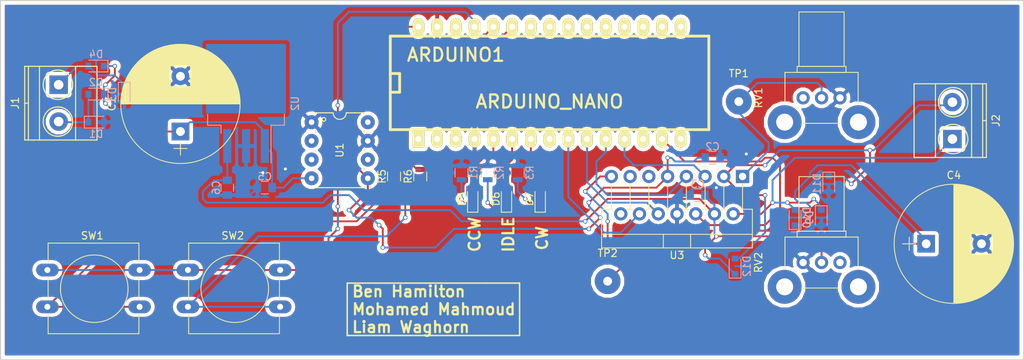
<source format=kicad_pcb>
(kicad_pcb (version 4) (host pcbnew 4.0.7)
  (layers (0 F.Cu signal) (31 B.Cu signal) (34 B.Paste user) (35 F.Paste user) (36 B.SilkS user) (37 F.SilkS user) (38 B.Mask user) (39 F.Mask user) (44 Edge.Cuts user))
  (net 0 "")
  (net 1 "Net-(ARDUINO1-Pad1)")
  (net 2 "Net-(ARDUINO1-Pad2)")
  (net 3 "Net-(ARDUINO1-Pad3)")
  (net 4 GND)
  (net 5 "Net-(ARDUINO1-Pad5)")
  (net 6 "Net-(ARDUINO1-Pad6)")
  (net 7 "Net-(ARDUINO1-Pad7)")
  (net 8 "Net-(ARDUINO1-Pad8)")
  (net 9 "Net-(ARDUINO1-Pad9)")
  (net 10 "Net-(ARDUINO1-Pad10)")
  (net 11 "Net-(ARDUINO1-Pad11)")
  (net 12 "Net-(ARDUINO1-Pad12)")
  (net 13 "Net-(ARDUINO1-Pad13)")
  (net 14 "Net-(ARDUINO1-Pad14)")
  (net 15 "Net-(ARDUINO1-Pad15)")
  (net 16 "Net-(ARDUINO1-Pad16)")
  (net 17 "Net-(ARDUINO1-Pad17)")
  (net 18 "Net-(ARDUINO1-Pad18)")
  (net 19 "Net-(ARDUINO1-Pad19)")
  (net 20 "Net-(ARDUINO1-Pad20)")
  (net 21 "Net-(ARDUINO1-Pad21)")
  (net 22 "Net-(ARDUINO1-Pad22)")
  (net 23 "Net-(ARDUINO1-Pad23)")
  (net 24 "Net-(ARDUINO1-Pad24)")
  (net 25 "Net-(ARDUINO1-Pad25)")
  (net 26 "Net-(ARDUINO1-Pad26)")
  (net 27 "Net-(ARDUINO1-Pad27)")
  (net 28 "Net-(ARDUINO1-Pad28)")
  (net 29 7V)
  (net 30 Vcc)
  (net 31 15V)
  (net 32 "Net-(D1-Pad1)")
  (net 33 "Net-(D3-Pad1)")
  (net 34 "Net-(D5-Pad1)")
  (net 35 "Net-(D6-Pad1)")
  (net 36 "Net-(D7-Pad1)")
  (net 37 "Net-(D10-Pad2)")
  (net 38 "Net-(D11-Pad1)")
  (net 39 "Net-(R5-Pad1)")
  (net 40 "Net-(R6-Pad1)")
  (net 41 "Net-(RV1-Pad3)")
  (net 42 "Net-(RV1-Pad2)")
  (net 43 "Net-(RV2-Pad2)")
  (net 44 "Net-(RV2-Pad1)")
  (net 45 "Net-(U3-Pad13)")
  (net 46 "Net-(U3-Pad14)")
  (module Wire_Pads:SolderWirePad_single_1-2mmDrill (layer F.Cu) (at 113.792 134.62)
    (fp_text reference TP2 (at 0 -3.81) (layer F.SilkS))
    (fp_text value S2)
    (pad 1 thru_hole circle (at 0 0) (size 3.50012 3.50012) (drill 1.19888) (layers *.Cu *.Mask) (net 43 "Net-(RV2-Pad2)"))
  )
  (module TO_SOT_Packages_THT:Multiwatt-15_Vertical_StaggeredType1 (layer F.Cu) (at 132.08 120.396 180)
    (fp_text reference U3 (at 8.89 -10.7 180) (layer F.SilkS))
    (fp_text value L298N)
    (pad 1 thru_hole rect (at 0 0 180) (size 1.8 1.8) (drill 1) (layers *.Cu *.Mask) (net 42 "Net-(RV1-Pad2)"))
    (pad 2 thru_hole oval (at 1.27 -5.08 180) (size 1.8 1.8) (drill 1) (layers *.Cu *.Mask) (net 37 "Net-(D10-Pad2)"))
    (pad 3 thru_hole oval (at 2.54 0 180) (size 1.8 1.8) (drill 1) (layers *.Cu *.Mask) (net 38 "Net-(D11-Pad1)"))
    (pad 4 thru_hole oval (at 3.81 -5.08 180) (size 1.8 1.8) (drill 1) (layers *.Cu *.Mask) (net 31 15V))
    (pad 5 thru_hole oval (at 5.08 0 180) (size 1.8 1.8) (drill 1) (layers *.Cu *.Mask) (net 12 "Net-(ARDUINO1-Pad12)"))
    (pad 6 thru_hole oval (at 6.35 -5.08 180) (size 1.8 1.8) (drill 1) (layers *.Cu *.Mask) (net 14 "Net-(ARDUINO1-Pad14)"))
    (pad 7 thru_hole oval (at 7.62 0 180) (size 1.8 1.8) (drill 1) (layers *.Cu *.Mask) (net 11 "Net-(ARDUINO1-Pad11)"))
    (pad 8 thru_hole oval (at 8.89 -5.08 180) (size 1.8 1.8) (drill 1) (layers *.Cu *.Mask) (net 4 GND))
    (pad 9 thru_hole oval (at 10.16 0 180) (size 1.8 1.8) (drill 1) (layers *.Cu *.Mask) (net 29 7V))
    (pad 10 thru_hole oval (at 11.43 -5.08 180) (size 1.8 1.8) (drill 1) (layers *.Cu *.Mask) (net 10 "Net-(ARDUINO1-Pad10)"))
    (pad 11 thru_hole oval (at 12.7 0 180) (size 1.8 1.8) (drill 1) (layers *.Cu *.Mask) (net 13 "Net-(ARDUINO1-Pad13)"))
    (pad 12 thru_hole oval (at 13.97 -5.08 180) (size 1.8 1.8) (drill 1) (layers *.Cu *.Mask) (net 9 "Net-(ARDUINO1-Pad9)"))
    (pad 13 thru_hole oval (at 15.24 0 180) (size 1.8 1.8) (drill 1) (layers *.Cu *.Mask) (net 45 "Net-(U3-Pad13)"))
    (pad 14 thru_hole oval (at 16.51 -5.08 180) (size 1.8 1.8) (drill 1) (layers *.Cu *.Mask) (net 46 "Net-(U3-Pad14)"))
    (pad 15 thru_hole oval (at 17.78 0 180) (size 1.8 1.8) (drill 1) (layers *.Cu *.Mask) (net 43 "Net-(RV2-Pad2)"))
  )
  (module Power_Integrations:PDIP-8 (layer F.Cu) (at 77.47 116.84 270)
    (fp_text reference U1 (at 0 0 270) (layer F.SilkS))
    (fp_text value RN-2407S)
    (pad 1 thru_hole circle (at -3.81 3.81 270) (size 1.905 1.905) (drill 0.762) (layers *.Cu *.Mask) (net 4 GND))
    (pad 2 thru_hole circle (at -1.27 3.81 270) (size 1.905 1.905) (drill 0.762) (layers *.Cu *.Mask))
    (pad 3 thru_hole circle (at 1.27 3.81 270) (size 1.905 1.905) (drill 0.762) (layers *.Cu *.Mask))
    (pad 4 thru_hole circle (at 3.81 3.81 270) (size 1.905 1.905) (drill 0.762) (layers *.Cu *.Mask) (net 30 Vcc))
    (pad 5 thru_hole circle (at 3.81 -3.81 270) (size 1.905 1.905) (drill 0.762) (layers *.Cu *.Mask) (net 29 7V))
    (pad 6 thru_hole circle (at 1.27 -3.81 270) (size 1.905 1.905) (drill 0.762) (layers *.Cu *.Mask))
    (pad 7 thru_hole circle (at -1.27 -3.81 270) (size 1.905 1.905) (drill 0.762) (layers *.Cu *.Mask) (net 4 GND))
    (pad 8 thru_hole circle (at -3.81 -3.81 270) (size 1.905 1.905) (drill 0.762) (layers *.Cu *.Mask))
  )
  (module arduino:arduino_nano (layer F.Cu) (at 107.188 107.696)
    (fp_text reference ARDUINO1 (at -13.97 -3.81) (layer F.SilkS) (effects (font (size 1.778 1.778) (thickness 0.3048))))
    (fp_text value ARDUINO_NANO (at -1.27 2.54) (layer F.SilkS) (effects (font (size 1.778 1.778) (thickness 0.3048))))
    (pad 1 thru_hole rect (at -19.05 7.62) (size 1.5748 2.286) (drill 0.8128) (layers *.Cu *.Mask F.SilkS) (net 1 "Net-(ARDUINO1-Pad1)"))
    (pad 2 thru_hole oval (at -16.51 7.62) (size 1.5748 2.286) (drill 0.8128) (layers *.Cu *.Mask F.SilkS) (net 2 "Net-(ARDUINO1-Pad2)"))
    (pad 3 thru_hole oval (at -13.97 7.62) (size 1.5748 2.286) (drill 0.8128) (layers *.Cu *.Mask F.SilkS) (net 3 "Net-(ARDUINO1-Pad3)"))
    (pad 4 thru_hole oval (at -11.43 7.62) (size 1.5748 2.286) (drill 0.8128) (layers *.Cu *.Mask F.SilkS) (net 4 GND))
    (pad 5 thru_hole oval (at -8.89 7.62) (size 1.5748 2.286) (drill 0.8128) (layers *.Cu *.Mask F.SilkS) (net 5 "Net-(ARDUINO1-Pad5)"))
    (pad 6 thru_hole oval (at -6.35 7.62) (size 1.5748 2.286) (drill 0.8128) (layers *.Cu *.Mask F.SilkS) (net 6 "Net-(ARDUINO1-Pad6)"))
    (pad 7 thru_hole oval (at -3.81 7.62) (size 1.5748 2.286) (drill 0.8128) (layers *.Cu *.Mask F.SilkS) (net 7 "Net-(ARDUINO1-Pad7)"))
    (pad 8 thru_hole oval (at -1.27 7.62) (size 1.5748 2.286) (drill 0.8128) (layers *.Cu *.Mask F.SilkS) (net 8 "Net-(ARDUINO1-Pad8)"))
    (pad 9 thru_hole oval (at 1.27 7.62) (size 1.5748 2.286) (drill 0.8128) (layers *.Cu *.Mask F.SilkS) (net 9 "Net-(ARDUINO1-Pad9)"))
    (pad 10 thru_hole oval (at 3.81 7.62) (size 1.5748 2.286) (drill 0.8128) (layers *.Cu *.Mask F.SilkS) (net 10 "Net-(ARDUINO1-Pad10)"))
    (pad 11 thru_hole oval (at 6.35 7.62) (size 1.5748 2.286) (drill 0.8128) (layers *.Cu *.Mask F.SilkS) (net 11 "Net-(ARDUINO1-Pad11)"))
    (pad 12 thru_hole oval (at 8.89 7.62) (size 1.5748 2.286) (drill 0.8128) (layers *.Cu *.Mask F.SilkS) (net 12 "Net-(ARDUINO1-Pad12)"))
    (pad 13 thru_hole oval (at 11.43 7.62) (size 1.5748 2.286) (drill 0.8128) (layers *.Cu *.Mask F.SilkS) (net 13 "Net-(ARDUINO1-Pad13)"))
    (pad 14 thru_hole oval (at 13.97 7.62) (size 1.5748 2.286) (drill 0.8128) (layers *.Cu *.Mask F.SilkS) (net 14 "Net-(ARDUINO1-Pad14)"))
    (pad 15 thru_hole oval (at 16.51 7.62) (size 1.5748 2.286) (drill 0.8128) (layers *.Cu *.Mask F.SilkS) (net 15 "Net-(ARDUINO1-Pad15)"))
    (pad 16 thru_hole oval (at 16.51 -7.62) (size 1.5748 2.286) (drill 0.8128) (layers *.Cu *.Mask F.SilkS) (net 16 "Net-(ARDUINO1-Pad16)"))
    (pad 17 thru_hole oval (at 13.97 -7.62) (size 1.5748 2.286) (drill 0.8128) (layers *.Cu *.Mask F.SilkS) (net 17 "Net-(ARDUINO1-Pad17)"))
    (pad 18 thru_hole oval (at 11.43 -7.62) (size 1.5748 2.286) (drill 0.8128) (layers *.Cu *.Mask F.SilkS) (net 18 "Net-(ARDUINO1-Pad18)"))
    (pad 19 thru_hole oval (at 8.89 -7.62) (size 1.5748 2.286) (drill 0.8128) (layers *.Cu *.Mask F.SilkS) (net 19 "Net-(ARDUINO1-Pad19)"))
    (pad 20 thru_hole oval (at 6.35 -7.62) (size 1.5748 2.286) (drill 0.8128) (layers *.Cu *.Mask F.SilkS) (net 20 "Net-(ARDUINO1-Pad20)"))
    (pad 21 thru_hole oval (at 3.81 -7.62) (size 1.5748 2.286) (drill 0.8128) (layers *.Cu *.Mask F.SilkS) (net 21 "Net-(ARDUINO1-Pad21)"))
    (pad 22 thru_hole oval (at 1.27 -7.62) (size 1.5748 2.286) (drill 0.8128) (layers *.Cu *.Mask F.SilkS) (net 22 "Net-(ARDUINO1-Pad22)"))
    (pad 23 thru_hole oval (at -1.27 -7.62) (size 1.5748 2.286) (drill 0.8128) (layers *.Cu *.Mask F.SilkS) (net 23 "Net-(ARDUINO1-Pad23)"))
    (pad 24 thru_hole oval (at -3.81 -7.62) (size 1.5748 2.286) (drill 0.8128) (layers *.Cu *.Mask F.SilkS) (net 24 "Net-(ARDUINO1-Pad24)"))
    (pad 25 thru_hole oval (at -6.35 -7.62) (size 1.5748 2.286) (drill 0.8128) (layers *.Cu *.Mask F.SilkS) (net 25 "Net-(ARDUINO1-Pad25)"))
    (pad 26 thru_hole oval (at -8.89 -7.62) (size 1.5748 2.286) (drill 0.8128) (layers *.Cu *.Mask F.SilkS) (net 26 "Net-(ARDUINO1-Pad26)"))
    (pad 27 thru_hole oval (at -11.43 -7.62) (size 1.5748 2.286) (drill 0.8128) (layers *.Cu *.Mask F.SilkS) (net 27 "Net-(ARDUINO1-Pad27)"))
    (pad 28 thru_hole oval (at -13.97 -7.62) (size 1.5748 2.286) (drill 0.8128) (layers *.Cu *.Mask F.SilkS) (net 28 "Net-(ARDUINO1-Pad28)"))
    (pad 29 thru_hole oval (at -16.51 -7.62) (size 1.5748 2.286) (drill 0.8128) (layers *.Cu *.Mask F.SilkS) (net 4 GND))
    (pad 30 thru_hole oval (at -19.05 -7.62) (size 1.5748 2.286) (drill 0.8128) (layers *.Cu *.Mask F.SilkS) (net 29 7V))
  )
  (module Capacitors_THT:CP_Radial_D16.0mm_P7.50mm (layer F.Cu) (at 55.88 114.3 90)
    (fp_text reference C1 (at 3.75 -9.31 90) (layer F.SilkS))
    (fp_text value CP)
    (pad 1 thru_hole rect (at 0 0 90) (size 2.4 2.4) (drill 1.2) (layers *.Cu *.Mask) (net 30 Vcc))
    (pad 2 thru_hole circle (at 7.5 0 90) (size 2.4 2.4) (drill 1.2) (layers *.Cu *.Mask) (net 4 GND))
  )
  (module Capacitors_SMD:C_0805 (layer B.Cu) (at 128.016 117.856 180)
    (fp_text reference C2 (at 0 1.5 180) (layer B.SilkS) (effects (justify mirror)))
    (fp_text value 0.1uF)
    (pad 1 smd rect (at -1 0 180) (size 1 1.25) (layers B.Cu B.Paste B.Mask) (net 4 GND))
    (pad 2 smd rect (at 1 0 180) (size 1 1.25) (layers B.Cu B.Paste B.Mask) (net 29 7V))
  )
  (module Capacitors_SMD:C_0805 (layer B.Cu) (at 125.984 122.936 180)
    (fp_text reference C3 (at 0 1.5 180) (layer B.SilkS) (effects (justify mirror)))
    (fp_text value 0.1uF)
    (pad 1 smd rect (at -1 0 180) (size 1 1.25) (layers B.Cu B.Paste B.Mask) (net 31 15V))
    (pad 2 smd rect (at 1 0 180) (size 1 1.25) (layers B.Cu B.Paste B.Mask) (net 4 GND))
  )
  (module Capacitors_THT:CP_Radial_D16.0mm_P7.50mm (layer F.Cu) (at 156.972 129.54)
    (fp_text reference C4 (at 3.75 -9.31) (layer F.SilkS))
    (fp_text value 47uF)
    (pad 1 thru_hole rect (at 0 0) (size 2.4 2.4) (drill 1.2) (layers *.Cu *.Mask) (net 31 15V))
    (pad 2 thru_hole circle (at 7.5 0) (size 2.4 2.4) (drill 1.2) (layers *.Cu *.Mask) (net 4 GND))
  )
  (module Capacitors_SMD:C_0805 (layer B.Cu) (at 67.31 121.92 180)
    (fp_text reference C5 (at 0 1.5 180) (layer B.SilkS) (effects (justify mirror)))
    (fp_text value 0.1uF)
    (pad 1 smd rect (at -1 0 180) (size 1 1.25) (layers B.Cu B.Paste B.Mask) (net 30 Vcc))
    (pad 2 smd rect (at 1 0 180) (size 1 1.25) (layers B.Cu B.Paste B.Mask) (net 4 GND))
  )
  (module Capacitors_SMD:C_0805 (layer B.Cu) (at 62.23 121.92 270)
    (fp_text reference C6 (at 0 1.5 270) (layer B.SilkS) (effects (justify mirror)))
    (fp_text value 10uF)
    (pad 1 smd rect (at -1 0 270) (size 1 1.25) (layers B.Cu B.Paste B.Mask) (net 31 15V))
    (pad 2 smd rect (at 1 0 270) (size 1 1.25) (layers B.Cu B.Paste B.Mask) (net 4 GND))
  )
  (module Diodes_SMD:D_0805 (layer B.Cu) (at 44.45 113.03)
    (fp_text reference D1 (at 0 1.6) (layer B.SilkS) (effects (justify mirror)))
    (fp_text value D)
    (pad 1 smd rect (at -1.05 0) (size 0.8 0.9) (layers B.Cu B.Paste B.Mask) (net 32 "Net-(D1-Pad1)"))
    (pad 2 smd rect (at 1.05 0) (size 0.8 0.9) (layers B.Cu B.Paste B.Mask) (net 4 GND))
  )
  (module Diodes_SMD:D_0805 (layer B.Cu) (at 44.45 109.22 180)
    (fp_text reference D2 (at 0 1.6 180) (layer B.SilkS) (effects (justify mirror)))
    (fp_text value D)
    (pad 1 smd rect (at -1.05 0 180) (size 0.8 0.9) (layers B.Cu B.Paste B.Mask) (net 30 Vcc))
    (pad 2 smd rect (at 1.05 0 180) (size 0.8 0.9) (layers B.Cu B.Paste B.Mask) (net 32 "Net-(D1-Pad1)"))
  )
  (module Diodes_SMD:D_0805 (layer B.Cu) (at 48.26 109.22 270)
    (fp_text reference D3 (at 0 1.6 270) (layer B.SilkS) (effects (justify mirror)))
    (fp_text value D)
    (pad 1 smd rect (at -1.05 0 270) (size 0.8 0.9) (layers B.Cu B.Paste B.Mask) (net 33 "Net-(D3-Pad1)"))
    (pad 2 smd rect (at 1.05 0 270) (size 0.8 0.9) (layers B.Cu B.Paste B.Mask) (net 4 GND))
  )
  (module Diodes_SMD:D_0805 (layer B.Cu) (at 44.45 105.41 180)
    (fp_text reference D4 (at 0 1.6 180) (layer B.SilkS) (effects (justify mirror)))
    (fp_text value D)
    (pad 1 smd rect (at -1.05 0 180) (size 0.8 0.9) (layers B.Cu B.Paste B.Mask) (net 30 Vcc))
    (pad 2 smd rect (at 1.05 0 180) (size 0.8 0.9) (layers B.Cu B.Paste B.Mask) (net 33 "Net-(D3-Pad1)"))
  )
  (module LEDs:LED_0805 (layer F.Cu) (at 95.504 123.444 90)
    (fp_text reference D5 (at 0 -1.45 90) (layer F.SilkS))
    (fp_text value LED)
    (pad 2 smd rect (at 1.1 0 270) (size 1.2 1.2) (layers F.Cu F.Paste F.Mask) (net 5 "Net-(ARDUINO1-Pad5)"))
    (pad 1 smd rect (at -1.1 0 270) (size 1.2 1.2) (layers F.Cu F.Paste F.Mask) (net 34 "Net-(D5-Pad1)"))
  )
  (module LEDs:LED_0805 (layer F.Cu) (at 100.076 123.444 90)
    (fp_text reference D6 (at 0 -1.45 90) (layer F.SilkS))
    (fp_text value LED)
    (pad 2 smd rect (at 1.1 0 270) (size 1.2 1.2) (layers F.Cu F.Paste F.Mask) (net 6 "Net-(ARDUINO1-Pad6)"))
    (pad 1 smd rect (at -1.1 0 270) (size 1.2 1.2) (layers F.Cu F.Paste F.Mask) (net 35 "Net-(D6-Pad1)"))
  )
  (module LEDs:LED_0805 (layer F.Cu) (at 104.648 123.444 90)
    (fp_text reference D7 (at 0 -1.45 90) (layer F.SilkS))
    (fp_text value LED)
    (pad 2 smd rect (at 1.1 0 270) (size 1.2 1.2) (layers F.Cu F.Paste F.Mask) (net 7 "Net-(ARDUINO1-Pad7)"))
    (pad 1 smd rect (at -1.1 0 270) (size 1.2 1.2) (layers F.Cu F.Paste F.Mask) (net 36 "Net-(D7-Pad1)"))
  )
  (module Diodes_SMD:D_0805 (layer B.Cu) (at 142.748 125.984 270)
    (fp_text reference D9 (at 0 1.6 270) (layer B.SilkS) (effects (justify mirror)))
    (fp_text value D)
    (pad 1 smd rect (at -1.05 0 270) (size 0.8 0.9) (layers B.Cu B.Paste B.Mask) (net 37 "Net-(D10-Pad2)"))
    (pad 2 smd rect (at 1.05 0 270) (size 0.8 0.9) (layers B.Cu B.Paste B.Mask) (net 4 GND))
  )
  (module Diodes_SMD:D_0805 (layer B.Cu) (at 139.192 125.984 90)
    (fp_text reference D10 (at 0 1.6 90) (layer B.SilkS) (effects (justify mirror)))
    (fp_text value D)
    (pad 1 smd rect (at -1.05 0 90) (size 0.8 0.9) (layers B.Cu B.Paste B.Mask) (net 31 15V))
    (pad 2 smd rect (at 1.05 0 90) (size 0.8 0.9) (layers B.Cu B.Paste B.Mask) (net 37 "Net-(D10-Pad2)"))
  )
  (module Diodes_SMD:D_0805 (layer B.Cu) (at 143.764 121.412 270)
    (fp_text reference D11 (at 0 1.6 270) (layer B.SilkS) (effects (justify mirror)))
    (fp_text value D)
    (pad 1 smd rect (at -1.05 0 270) (size 0.8 0.9) (layers B.Cu B.Paste B.Mask) (net 38 "Net-(D11-Pad1)"))
    (pad 2 smd rect (at 1.05 0 270) (size 0.8 0.9) (layers B.Cu B.Paste B.Mask) (net 4 GND))
  )
  (module Diodes_SMD:D_0805 (layer B.Cu) (at 131.064 132.588 90)
    (fp_text reference D12 (at 0 1.6 90) (layer B.SilkS) (effects (justify mirror)))
    (fp_text value D)
    (pad 1 smd rect (at -1.05 0 90) (size 0.8 0.9) (layers B.Cu B.Paste B.Mask) (net 31 15V))
    (pad 2 smd rect (at 1.05 0 90) (size 0.8 0.9) (layers B.Cu B.Paste B.Mask) (net 38 "Net-(D11-Pad1)"))
  )
  (module Connectors_Terminal_Blocks:TerminalBlock_Pheonix_MKDS1.5-2pol (layer F.Cu) (at 39.37 107.95 270)
    (fp_text reference J1 (at 2.5 5.9 270) (layer F.SilkS))
    (fp_text value Screw_Terminal_01x02)
    (pad 1 thru_hole rect (at 0 0 270) (size 2.5 2.5) (drill 1.3) (layers *.Cu *.Mask) (net 33 "Net-(D3-Pad1)"))
    (pad 2 thru_hole circle (at 5 0 270) (size 2.5 2.5) (drill 1.3) (layers *.Cu *.Mask) (net 32 "Net-(D1-Pad1)"))
  )
  (module Connectors_Terminal_Blocks:TerminalBlock_Pheonix_MKDS1.5-2pol (layer F.Cu) (at 160.528 115.316 90)
    (fp_text reference J2 (at 2.5 5.9 90) (layer F.SilkS))
    (fp_text value Screw_Terminal_01x02)
    (pad 1 thru_hole rect (at 0 0 90) (size 2.5 2.5) (drill 1.3) (layers *.Cu *.Mask) (net 37 "Net-(D10-Pad2)"))
    (pad 2 thru_hole circle (at 5 0 90) (size 2.5 2.5) (drill 1.3) (layers *.Cu *.Mask) (net 38 "Net-(D11-Pad1)"))
  )
  (module Resistors_SMD:R_0805 (layer B.Cu) (at 93.98 119.888 90)
    (fp_text reference R1 (at 0 1.65 90) (layer B.SilkS) (effects (justify mirror)))
    (fp_text value R)
    (pad 1 smd rect (at -0.95 0 90) (size 0.7 1.3) (layers B.Cu B.Paste B.Mask) (net 34 "Net-(D5-Pad1)"))
    (pad 2 smd rect (at 0.95 0 90) (size 0.7 1.3) (layers B.Cu B.Paste B.Mask) (net 4 GND))
  )
  (module Resistors_SMD:R_0805 (layer B.Cu) (at 97.536 119.888 90)
    (fp_text reference R2 (at 0 1.65 90) (layer B.SilkS) (effects (justify mirror)))
    (fp_text value R)
    (pad 1 smd rect (at -0.95 0 90) (size 0.7 1.3) (layers B.Cu B.Paste B.Mask) (net 35 "Net-(D6-Pad1)"))
    (pad 2 smd rect (at 0.95 0 90) (size 0.7 1.3) (layers B.Cu B.Paste B.Mask) (net 4 GND))
  )
  (module Resistors_SMD:R_0805 (layer B.Cu) (at 101.6 119.888 90)
    (fp_text reference R3 (at 0 1.65 90) (layer B.SilkS) (effects (justify mirror)))
    (fp_text value R)
    (pad 1 smd rect (at -0.95 0 90) (size 0.7 1.3) (layers B.Cu B.Paste B.Mask) (net 36 "Net-(D7-Pad1)"))
    (pad 2 smd rect (at 0.95 0 90) (size 0.7 1.3) (layers B.Cu B.Paste B.Mask) (net 4 GND))
  )
  (module Resistors_SMD:R_0805 (layer F.Cu) (at 84.836 120.396 90)
    (fp_text reference R5 (at 0 -1.65 90) (layer F.SilkS))
    (fp_text value R)
    (pad 1 smd rect (at -0.95 0 90) (size 0.7 1.3) (layers F.Cu F.Paste F.Mask) (net 39 "Net-(R5-Pad1)"))
    (pad 2 smd rect (at 0.95 0 90) (size 0.7 1.3) (layers F.Cu F.Paste F.Mask) (net 26 "Net-(ARDUINO1-Pad26)"))
  )
  (module Resistors_SMD:R_0805 (layer F.Cu) (at 88.392 120.396 90)
    (fp_text reference R6 (at 0 -1.65 90) (layer F.SilkS))
    (fp_text value R)
    (pad 1 smd rect (at -0.95 0 90) (size 0.7 1.3) (layers F.Cu F.Paste F.Mask) (net 40 "Net-(R6-Pad1)"))
    (pad 2 smd rect (at 0.95 0 90) (size 0.7 1.3) (layers F.Cu F.Paste F.Mask) (net 25 "Net-(ARDUINO1-Pad25)"))
  )
  (module Potentiometers:Potentiometer_Alps_RK09K_Vertical (layer F.Cu) (at 145.288 109.728 90)
    (fp_text reference RV1 (at 0 -11.05 90) (layer F.SilkS))
    (fp_text value POT)
    (pad 3 thru_hole circle (at 0 -5 90) (size 1.8 1.8) (drill 1) (layers *.Cu *.Mask) (net 41 "Net-(RV1-Pad3)"))
    (pad 2 thru_hole circle (at 0 -2.5 90) (size 1.8 1.8) (drill 1) (layers *.Cu *.Mask) (net 42 "Net-(RV1-Pad2)"))
    (pad 1 thru_hole circle (at 0 0 90) (size 1.8 1.8) (drill 1) (layers *.Cu *.Mask) (net 4 GND))
    (pad 0 thru_hole circle (at -3.3 -7.5 90) (size 4.6 4.6) (drill 2.3) (layers *.Cu *.Mask))
    (pad 0 thru_hole circle (at -3.3 2.5 90) (size 4.6 4.6) (drill 2.3) (layers *.Cu *.Mask))
  )
  (module Potentiometers:Potentiometer_Alps_RK09K_Vertical (layer F.Cu) (at 145.288 132.08 90)
    (fp_text reference RV2 (at 0 -11.05 90) (layer F.SilkS))
    (fp_text value POT)
    (pad 3 thru_hole circle (at 0 -5 90) (size 1.8 1.8) (drill 1) (layers *.Cu *.Mask) (net 4 GND))
    (pad 2 thru_hole circle (at 0 -2.5 90) (size 1.8 1.8) (drill 1) (layers *.Cu *.Mask) (net 43 "Net-(RV2-Pad2)"))
    (pad 1 thru_hole circle (at 0 0 90) (size 1.8 1.8) (drill 1) (layers *.Cu *.Mask) (net 44 "Net-(RV2-Pad1)"))
    (pad 0 thru_hole circle (at -3.3 -7.5 90) (size 4.6 4.6) (drill 2.3) (layers *.Cu *.Mask))
    (pad 0 thru_hole circle (at -3.3 2.5 90) (size 4.6 4.6) (drill 2.3) (layers *.Cu *.Mask))
  )
  (module Buttons_Switches_THT:SW_PUSH-12mm (layer F.Cu) (at 37.846 133.096)
    (fp_text reference SW1 (at 6.08 -4.66) (layer F.SilkS))
    (fp_text value SW_Push)
    (pad 1 thru_hole oval (at 12.5 0) (size 3.048 1.7272) (drill 0.8128) (layers *.Cu *.Mask) (net 27 "Net-(ARDUINO1-Pad27)"))
    (pad 2 thru_hole oval (at 12.5 5) (size 3.048 1.7272) (drill 0.8128) (layers *.Cu *.Mask) (net 39 "Net-(R5-Pad1)"))
    (pad 1 thru_hole oval (at 0 0) (size 3.048 1.7272) (drill 0.8128) (layers *.Cu *.Mask) (net 27 "Net-(ARDUINO1-Pad27)"))
    (pad 2 thru_hole oval (at 0 5) (size 3.048 1.7272) (drill 0.8128) (layers *.Cu *.Mask) (net 39 "Net-(R5-Pad1)"))
  )
  (module Buttons_Switches_THT:SW_PUSH-12mm (layer F.Cu) (at 56.896 133.096)
    (fp_text reference SW2 (at 6.08 -4.66) (layer F.SilkS))
    (fp_text value SW_Push)
    (pad 1 thru_hole oval (at 12.5 0) (size 3.048 1.7272) (drill 0.8128) (layers *.Cu *.Mask) (net 27 "Net-(ARDUINO1-Pad27)"))
    (pad 2 thru_hole oval (at 12.5 5) (size 3.048 1.7272) (drill 0.8128) (layers *.Cu *.Mask) (net 40 "Net-(R6-Pad1)"))
    (pad 1 thru_hole oval (at 0 0) (size 3.048 1.7272) (drill 0.8128) (layers *.Cu *.Mask) (net 27 "Net-(ARDUINO1-Pad27)"))
    (pad 2 thru_hole oval (at 0 5) (size 3.048 1.7272) (drill 0.8128) (layers *.Cu *.Mask) (net 40 "Net-(R6-Pad1)"))
  )
  (module Wire_Pads:SolderWirePad_single_1-2mmDrill (layer F.Cu) (at 131.572 110.236)
    (fp_text reference TP1 (at 0 -3.81) (layer F.SilkS))
    (fp_text value S1)
    (pad 1 thru_hole circle (at 0 0) (size 3.50012 3.50012) (drill 1.19888) (layers *.Cu *.Mask) (net 42 "Net-(RV1-Pad2)"))
  )
  (module TO_SOT_Packages_SMD:TO-263-3_TabPin4 (layer B.Cu) (at 64.77 110.49 90)
    (fp_text reference U2 (at 0 6.65 90) (layer B.SilkS) (effects (justify mirror)))
    (fp_text value LM2937IMPX-15/NOPB)
    (pad 1 smd rect (at -5.775 2.54 90) (size 4.6 1.1) (layers B.Cu B.Paste B.Mask) (net 30 Vcc))
    (pad 2 smd rect (at -5.775 0 90) (size 4.6 1.1) (layers B.Cu B.Paste B.Mask) (net 4 GND))
    (pad 3 smd rect (at -5.775 -2.54 90) (size 4.6 1.1) (layers B.Cu B.Paste B.Mask) (net 31 15V))
    (pad 4 smd rect (at 3.375 0 90) (size 9.4 10.8) (layers B.Cu B.Mask) (net 4 GND))
    (pad 4 smd rect (at 5.8 -2.775 90) (size 4.55 5.25) (layers B.Cu B.Paste) (net 4 GND))
    (pad 4 smd rect (at 0.95 2.775 90) (size 4.55 5.25) (layers B.Cu B.Paste) (net 4 GND))
    (pad 4 smd rect (at 5.8 2.775 90) (size 4.55 5.25) (layers B.Cu B.Paste) (net 4 GND))
    (pad 4 smd rect (at 0.95 -2.775 90) (size 4.55 5.25) (layers B.Cu B.Paste) (net 4 GND))
  )
  (gr_line (start 101.854 141.986) (end 97.282 141.986) (angle 90) (layer F.SilkS) (width 0.2))
  (gr_line (start 101.854 134.874) (end 101.854 141.986) (angle 90) (layer F.SilkS) (width 0.2))
  (gr_line (start 97.282 134.874) (end 101.854 134.874) (angle 90) (layer F.SilkS) (width 0.2))
  (gr_text "Ben Hamilton\nMohamed Mahmoud\nLiam Waghorn" (at 78.994 138.43) (layer F.SilkS) (effects (font (size 1.5 1.5) (thickness 0.3)) (justify left)))
  (gr_line (start 78.486 141.986) (end 78.486 141.478) (angle 90) (layer F.SilkS) (width 0.2))
  (gr_line (start 97.282 141.986) (end 78.486 141.986) (angle 90) (layer F.SilkS) (width 0.2))
  (gr_line (start 78.486 134.874) (end 97.282 134.874) (angle 90) (layer F.SilkS) (width 0.2))
  (gr_line (start 78.486 141.986) (end 78.486 134.874) (angle 90) (layer F.SilkS) (width 0.2))
  (gr_text "IDLE\n" (at 100.33 128.27 90) (layer F.SilkS) (effects (font (size 1.5 1.5) (thickness 0.3))))
  (gr_line (start 31.496 145.288) (end 31.496 144.78) (angle 90) (layer Edge.Cuts) (width 0.15))
  (gr_line (start 170.18 145.288) (end 31.496 145.288) (angle 90) (layer Edge.Cuts) (width 0.15))
  (gr_line (start 170.18 96.52) (end 170.18 145.288) (angle 90) (layer Edge.Cuts) (width 0.15))
  (gr_line (start 31.496 96.52) (end 170.18 96.52) (angle 90) (layer Edge.Cuts) (width 0.15))
  (gr_line (start 31.496 145.288) (end 31.496 96.52) (angle 90) (layer Edge.Cuts) (width 0.15))
  (gr_text CCW (at 95.758 128.27 90) (layer F.SilkS) (effects (font (size 1.5 1.5) (thickness 0.3))))
  (gr_text CW (at 104.902 128.778 90) (layer F.SilkS) (effects (font (size 1.5 1.5) (thickness 0.3))))
  (segment (start 88.392 119.446) (end 87.95 119.446) (width 0.25) (layer B.Cu) (net 0))
  (via (at 132.588 117.348) (size 0.6) (drill 0.4) (layers F.Cu B.Cu) (net 4))
  (segment (start 132.588 117.348) (end 132.08 117.856) (width 0.25) (layer B.Cu) (net 4))
  (segment (start 132.08 117.856) (end 129.016 117.856) (width 0.25) (layer B.Cu) (net 4))
  (via (at 128.524 121.92) (size 0.6) (drill 0.4) (layers F.Cu B.Cu) (net 4))
  (segment (start 128.524 121.92) (end 125.476 121.92) (width 0.25) (layer B.Cu) (net 4))
  (segment (start 125.476 121.92) (end 124.984 122.412) (width 0.25) (layer B.Cu) (net 4))
  (via (at 70.104 119.38) (size 0.6) (drill 0.4) (layers F.Cu B.Cu) (net 4))
  (via (at 67.056 119.888) (size 0.6) (drill 0.4) (layers F.Cu B.Cu) (net 4))
  (segment (start 66.31 120.634) (end 67.056 119.888) (width 0.25) (layer B.Cu) (net 4))
  (segment (start 66.31 121.92) (end 66.31 120.634) (width 0.25) (layer B.Cu) (net 4))
  (segment (start 67.564 119.38) (end 70.104 119.38) (width 0.25) (layer F.Cu) (net 4))
  (segment (start 67.056 119.888) (end 67.564 119.38) (width 0.25) (layer F.Cu) (net 4))
  (segment (start 124.984 122.936) (end 124.984 122.412) (width 0.25) (layer B.Cu) (net 4))
  (segment (start 64.77 107.115) (end 56.195 107.115) (width 0.25) (layer B.Cu) (net 4))
  (segment (start 56.195 107.115) (end 55.88 106.8) (width 0.25) (layer B.Cu) (net 4))
  (segment (start 90.678 100.33) (end 90.678 100.076) (width 0.25) (layer B.Cu) (net 4))
  (segment (start 90.678 100.076) (end 90.678 99.314) (width 0.25) (layer F.Cu) (net 4))
  (segment (start 62.23 122.92) (end 65.31 122.92) (width 0.25) (layer B.Cu) (net 4))
  (segment (start 65.31 122.92) (end 66.31 121.92) (width 0.25) (layer B.Cu) (net 4))
  (segment (start 66.31 121.92) (end 66.31 120.92) (width 0.25) (layer B.Cu) (net 4))
  (segment (start 66.31 120.92) (end 64.77 119.38) (width 0.25) (layer B.Cu) (net 4))
  (segment (start 64.77 119.38) (end 64.77 116.265) (width 0.25) (layer B.Cu) (net 4))
  (segment (start 93.98 118.938) (end 93.914 118.938) (width 0.25) (layer B.Cu) (net 4))
  (segment (start 64.77 107.115) (end 64.77 109.22) (width 0.25) (layer B.Cu) (net 4))
  (segment (start 56.195 107.115) (end 55.88 106.8) (width 0.25) (layer B.Cu) (net 4))
  (segment (start 95.504 122.344) (end 95.504 120.396) (width 0.25) (layer F.Cu) (net 5))
  (segment (start 98.298 117.602) (end 98.298 115.316) (width 0.25) (layer F.Cu) (net 5))
  (segment (start 95.504 120.396) (end 98.298 117.602) (width 0.25) (layer F.Cu) (net 5))
  (segment (start 100.076 122.344) (end 100.076 118.872) (width 0.25) (layer F.Cu) (net 6))
  (segment (start 100.838 118.11) (end 100.838 115.316) (width 0.25) (layer F.Cu) (net 6))
  (segment (start 100.076 118.872) (end 100.838 118.11) (width 0.25) (layer F.Cu) (net 6))
  (segment (start 104.648 122.344) (end 104.648 119.38) (width 0.25) (layer F.Cu) (net 7))
  (segment (start 103.378 118.11) (end 103.378 115.316) (width 0.25) (layer F.Cu) (net 7))
  (segment (start 104.648 119.38) (end 103.378 118.11) (width 0.25) (layer F.Cu) (net 7))
  (segment (start 108.458 115.316) (end 108.458 123.19) (width 0.25) (layer B.Cu) (net 9))
  (segment (start 115.57 128.016) (end 118.11 125.476) (width 0.25) (layer B.Cu) (net 9))
  (segment (start 113.284 128.016) (end 115.57 128.016) (width 0.25) (layer B.Cu) (net 9))
  (segment (start 108.458 123.19) (end 113.284 128.016) (width 0.25) (layer B.Cu) (net 9))
  (segment (start 110.998 115.316) (end 110.998 121.158) (width 0.25) (layer B.Cu) (net 10))
  (segment (start 119.126 123.952) (end 120.65 125.476) (width 0.25) (layer B.Cu) (net 10))
  (segment (start 113.792 123.952) (end 119.126 123.952) (width 0.25) (layer B.Cu) (net 10))
  (segment (start 110.998 121.158) (end 113.792 123.952) (width 0.25) (layer B.Cu) (net 10))
  (segment (start 113.538 115.316) (end 113.538 117.094) (width 0.25) (layer B.Cu) (net 11))
  (segment (start 121.92 122.936) (end 124.46 120.396) (width 0.25) (layer B.Cu) (net 11))
  (segment (start 113.792 122.936) (end 121.92 122.936) (width 0.25) (layer B.Cu) (net 11))
  (segment (start 112.268 121.412) (end 113.792 122.936) (width 0.25) (layer B.Cu) (net 11))
  (segment (start 112.268 118.364) (end 112.268 121.412) (width 0.25) (layer B.Cu) (net 11))
  (segment (start 113.538 117.094) (end 112.268 118.364) (width 0.25) (layer B.Cu) (net 11))
  (segment (start 116.078 115.316) (end 116.078 117.602) (width 0.25) (layer B.Cu) (net 12))
  (segment (start 125.476 118.872) (end 127 120.396) (width 0.25) (layer B.Cu) (net 12))
  (segment (start 117.348 118.872) (end 125.476 118.872) (width 0.25) (layer B.Cu) (net 12))
  (segment (start 116.078 117.602) (end 117.348 118.872) (width 0.25) (layer B.Cu) (net 12))
  (segment (start 126.492 118.364) (end 124.206 118.364) (width 0.25) (layer F.Cu) (net 14))
  (segment (start 135.128 117.856) (end 134.62 118.364) (width 0.25) (layer F.Cu) (net 14))
  (segment (start 134.62 118.364) (end 134.112 118.364) (width 0.25) (layer F.Cu) (net 14))
  (segment (start 126.492 118.364) (end 134.112 118.364) (width 0.25) (layer F.Cu) (net 14))
  (segment (start 136.144 117.856) (end 137.16 118.872) (width 0.25) (layer F.Cu) (net 14))
  (segment (start 137.16 118.872) (end 137.16 124.968) (width 0.25) (layer F.Cu) (net 14))
  (segment (start 137.16 124.968) (end 135.128 127) (width 0.25) (layer F.Cu) (net 14))
  (segment (start 135.128 127) (end 127.254 127) (width 0.25) (layer F.Cu) (net 14))
  (segment (start 125.73 125.476) (end 127.254 127) (width 0.25) (layer F.Cu) (net 14))
  (segment (start 136.144 117.856) (end 135.128 117.856) (width 0.25) (layer F.Cu) (net 14))
  (segment (start 124.206 118.364) (end 121.158 115.316) (width 0.25) (layer F.Cu) (net 14))
  (segment (start 88.392 119.446) (end 87.95 119.446) (width 0.25) (layer F.Cu) (net 25))
  (segment (start 87.95 119.446) (end 85.852 117.348) (width 0.25) (layer F.Cu) (net 25))
  (segment (start 85.852 117.348) (end 85.852 108.712) (width 0.25) (layer F.Cu) (net 25))
  (segment (start 85.852 108.712) (end 89.408 105.156) (width 0.25) (layer F.Cu) (net 25))
  (segment (start 89.408 105.156) (end 95.758 105.156) (width 0.25) (layer F.Cu) (net 25))
  (segment (start 95.758 105.156) (end 100.838 100.076) (width 0.25) (layer F.Cu) (net 25))
  (segment (start 84.836 119.446) (end 84.836 103.632) (width 0.25) (layer F.Cu) (net 26))
  (segment (start 96.266 102.108) (end 98.298 100.076) (width 0.25) (layer F.Cu) (net 26))
  (segment (start 86.36 102.108) (end 96.266 102.108) (width 0.25) (layer F.Cu) (net 26))
  (segment (start 84.836 103.632) (end 86.36 102.108) (width 0.25) (layer F.Cu) (net 26))
  (segment (start 75.946 131.064) (end 75.946 131.064) (width 0.25) (layer F.Cu) (net 27))
  (segment (start 75.946 131.064) (end 73.914 133.096) (width 0.25) (layer F.Cu) (net 27))
  (segment (start 73.914 133.096) (end 69.396 133.096) (width 0.25) (layer F.Cu) (net 27))
  (via (at 77.216 127.508) (size 0.6) (drill 0.4) (layers F.Cu B.Cu) (net 27))
  (segment (start 77.216 127.508) (end 75.946 128.778) (width 0.25) (layer F.Cu) (net 27))
  (segment (start 75.946 128.778) (end 75.946 131.064) (width 0.25) (layer F.Cu) (net 27))
  (segment (start 77.216 127) (end 77.216 127.508) (width 0.25) (layer B.Cu) (net 27))
  (segment (start 37.846 133.096) (end 50.346 133.096) (width 0.25) (layer B.Cu) (net 27))
  (segment (start 50.346 133.096) (end 56.896 133.096) (width 0.25) (layer B.Cu) (net 27))
  (segment (start 69.396 133.096) (end 56.896 133.096) (width 0.25) (layer F.Cu) (net 27))
  (segment (start 95.758 100.076) (end 95.758 99.314) (width 0.25) (layer B.Cu) (net 27))
  (segment (start 95.758 99.314) (end 94.488 98.044) (width 0.25) (layer B.Cu) (net 27))
  (segment (start 94.488 98.044) (end 78.74 98.044) (width 0.25) (layer B.Cu) (net 27))
  (segment (start 78.74 98.044) (end 77.216 99.568) (width 0.25) (layer B.Cu) (net 27))
  (segment (start 77.216 99.568) (end 77.216 110.744) (width 0.25) (layer B.Cu) (net 27))
  (via (at 77.216 110.744) (size 0.6) (drill 0.4) (layers F.Cu B.Cu) (net 27))
  (segment (start 77.216 110.744) (end 77.216 124.46) (width 0.25) (layer F.Cu) (net 27))
  (via (at 77.216 124.46) (size 0.6) (drill 0.4) (layers F.Cu B.Cu) (net 27))
  (segment (start 77.216 124.46) (end 77.216 127) (width 0.25) (layer B.Cu) (net 27))
  (segment (start 77.216 127) (end 77.216 125.476) (width 0.25) (layer B.Cu) (net 27))
  (segment (start 122.936 118.364) (end 122.428 117.856) (width 0.25) (layer B.Cu) (net 29))
  (segment (start 122.428 117.856) (end 121.92 117.856) (width 0.25) (layer B.Cu) (net 29))
  (segment (start 125.984 117.856) (end 125.476 118.364) (width 0.25) (layer B.Cu) (net 29))
  (segment (start 125.476 118.364) (end 122.936 118.364) (width 0.25) (layer B.Cu) (net 29))
  (segment (start 81.788 125.984) (end 82.804 127) (width 0.25) (layer B.Cu) (net 29))
  (segment (start 81.28 122.428) (end 78.74 124.968) (width 0.25) (layer F.Cu) (net 29))
  (via (at 78.74 124.968) (size 0.6) (drill 0.4) (layers F.Cu B.Cu) (net 29))
  (segment (start 78.74 124.968) (end 79.756 125.984) (width 0.25) (layer B.Cu) (net 29))
  (segment (start 79.756 125.984) (end 81.788 125.984) (width 0.25) (layer B.Cu) (net 29))
  (segment (start 81.28 120.65) (end 81.28 122.428) (width 0.25) (layer F.Cu) (net 29))
  (segment (start 120.396 121.92) (end 121.92 120.396) (width 0.25) (layer F.Cu) (net 29))
  (segment (start 113.284 121.92) (end 120.396 121.92) (width 0.25) (layer F.Cu) (net 29))
  (segment (start 111.252 123.952) (end 113.284 121.92) (width 0.25) (layer F.Cu) (net 29))
  (via (at 111.252 123.952) (size 0.6) (drill 0.4) (layers F.Cu B.Cu) (net 29))
  (segment (start 111.252 124.46) (end 111.252 123.952) (width 0.25) (layer B.Cu) (net 29))
  (segment (start 112.776 125.984) (end 111.252 124.46) (width 0.25) (layer B.Cu) (net 29))
  (via (at 112.776 125.984) (size 0.6) (drill 0.4) (layers F.Cu B.Cu) (net 29))
  (segment (start 111.252 127.508) (end 112.776 125.984) (width 0.25) (layer F.Cu) (net 29))
  (via (at 111.252 127.508) (size 0.6) (drill 0.4) (layers F.Cu B.Cu) (net 29))
  (segment (start 110.236 127.508) (end 111.252 127.508) (width 0.25) (layer B.Cu) (net 29))
  (segment (start 92.964 127.508) (end 110.236 127.508) (width 0.25) (layer B.Cu) (net 29))
  (segment (start 90.424 130.048) (end 92.964 127.508) (width 0.25) (layer B.Cu) (net 29))
  (segment (start 83.312 130.048) (end 90.424 130.048) (width 0.25) (layer B.Cu) (net 29))
  (via (at 83.312 130.048) (size 0.6) (drill 0.4) (layers F.Cu B.Cu) (net 29))
  (segment (start 83.312 127.508) (end 83.312 130.048) (width 0.25) (layer F.Cu) (net 29))
  (segment (start 82.804 127) (end 83.312 127.508) (width 0.25) (layer F.Cu) (net 29))
  (via (at 82.804 127) (size 0.6) (drill 0.4) (layers F.Cu B.Cu) (net 29))
  (via (at 121.92 117.856) (size 0.6) (drill 0.4) (layers F.Cu B.Cu) (net 29))
  (segment (start 121.92 117.856) (end 121.92 120.396) (width 0.25) (layer F.Cu) (net 29))
  (segment (start 127.016 117.856) (end 125.984 117.856) (width 0.25) (layer B.Cu) (net 29))
  (segment (start 88.138 100.076) (end 83.82 100.076) (width 0.25) (layer F.Cu) (net 29))
  (segment (start 78.74 118.11) (end 81.28 120.65) (width 0.25) (layer F.Cu) (net 29))
  (segment (start 78.74 105.156) (end 78.74 118.11) (width 0.25) (layer F.Cu) (net 29))
  (segment (start 83.82 100.076) (end 78.74 105.156) (width 0.25) (layer F.Cu) (net 29))
  (segment (start 73.66 120.65) (end 71.12 120.65) (width 0.25) (layer B.Cu) (net 30))
  (segment (start 69.85 121.92) (end 68.31 121.92) (width 0.25) (layer B.Cu) (net 30))
  (segment (start 71.12 120.65) (end 69.85 121.92) (width 0.25) (layer B.Cu) (net 30))
  (segment (start 68.31 121.92) (end 68.31 117.265) (width 0.25) (layer B.Cu) (net 30))
  (segment (start 68.31 117.265) (end 67.31 116.265) (width 0.25) (layer B.Cu) (net 30))
  (segment (start 67.31 116.265) (end 67.31 114.3) (width 0.25) (layer B.Cu) (net 30))
  (segment (start 67.31 114.3) (end 66.04 113.03) (width 0.25) (layer B.Cu) (net 30))
  (segment (start 66.04 113.03) (end 57.15 113.03) (width 0.25) (layer B.Cu) (net 30))
  (segment (start 57.15 113.03) (end 55.88 114.3) (width 0.25) (layer B.Cu) (net 30))
  (segment (start 45.5 109.22) (end 45.5 108.17) (width 0.25) (layer B.Cu) (net 30))
  (segment (start 46.99 105.41) (end 45.5 105.41) (width 0.25) (layer B.Cu) (net 30))
  (via (at 46.99 105.41) (size 0.6) (drill 0.4) (layers F.Cu B.Cu) (net 30))
  (segment (start 46.99 106.68) (end 46.99 105.41) (width 0.25) (layer F.Cu) (net 30))
  (segment (start 45.72 107.95) (end 46.99 106.68) (width 0.25) (layer F.Cu) (net 30))
  (via (at 45.72 107.95) (size 0.6) (drill 0.4) (layers F.Cu B.Cu) (net 30))
  (segment (start 45.5 108.17) (end 45.72 107.95) (width 0.25) (layer B.Cu) (net 30))
  (segment (start 45.5 109.22) (end 45.5 110.27) (width 0.25) (layer B.Cu) (net 30))
  (segment (start 49.53 114.3) (end 55.88 114.3) (width 0.25) (layer F.Cu) (net 30))
  (segment (start 45.72 110.49) (end 49.53 114.3) (width 0.25) (layer F.Cu) (net 30))
  (via (at 45.72 110.49) (size 0.6) (drill 0.4) (layers F.Cu B.Cu) (net 30))
  (segment (start 45.5 110.27) (end 45.72 110.49) (width 0.25) (layer B.Cu) (net 30))
  (segment (start 156.972 129.54) (end 147.32 129.54) (width 0.25) (layer F.Cu) (net 31))
  (segment (start 146.304 128.524) (end 128.524 128.524) (width 0.25) (layer F.Cu) (net 31))
  (segment (start 147.32 129.54) (end 146.304 128.524) (width 0.25) (layer F.Cu) (net 31))
  (segment (start 139.192 122.462) (end 139.192 123.444) (width 0.25) (layer B.Cu) (net 31))
  (segment (start 140.174 127.034) (end 139.192 127.034) (width 0.25) (layer B.Cu) (net 31))
  (segment (start 141.224 125.984) (end 140.174 127.034) (width 0.25) (layer B.Cu) (net 31))
  (segment (start 141.224 124.46) (end 141.224 125.984) (width 0.25) (layer B.Cu) (net 31))
  (segment (start 140.716 123.952) (end 141.224 124.46) (width 0.25) (layer B.Cu) (net 31))
  (segment (start 139.7 123.952) (end 140.716 123.952) (width 0.25) (layer B.Cu) (net 31))
  (segment (start 139.192 123.444) (end 139.7 123.952) (width 0.25) (layer B.Cu) (net 31))
  (segment (start 156.972 129.54) (end 156.972 129.032) (width 0.25) (layer B.Cu) (net 31))
  (segment (start 156.972 129.032) (end 146.812 118.872) (width 0.25) (layer B.Cu) (net 31))
  (segment (start 146.812 118.872) (end 142.24 118.872) (width 0.25) (layer B.Cu) (net 31))
  (segment (start 142.24 118.872) (end 141.224 119.888) (width 0.25) (layer B.Cu) (net 31))
  (segment (start 141.224 119.888) (end 141.224 120.43) (width 0.25) (layer B.Cu) (net 31))
  (segment (start 141.224 120.43) (end 139.192 122.462) (width 0.25) (layer B.Cu) (net 31))
  (segment (start 128.524 131.538) (end 128.964 131.538) (width 0.25) (layer B.Cu) (net 31))
  (segment (start 128.964 131.538) (end 131.064 133.638) (width 0.25) (layer B.Cu) (net 31))
  (segment (start 128.27 125.476) (end 128.27 128.27) (width 0.25) (layer B.Cu) (net 31))
  (segment (start 128.27 128.27) (end 128.524 128.524) (width 0.25) (layer B.Cu) (net 31))
  (via (at 128.524 128.524) (size 0.6) (drill 0.4) (layers F.Cu B.Cu) (net 31))
  (segment (start 127.474 131.538) (end 128.524 131.538) (width 0.25) (layer B.Cu) (net 31))
  (segment (start 128.524 128.524) (end 127 130.048) (width 0.25) (layer F.Cu) (net 31))
  (segment (start 127 130.048) (end 127 131.064) (width 0.25) (layer F.Cu) (net 31))
  (via (at 127 131.064) (size 0.6) (drill 0.4) (layers F.Cu B.Cu) (net 31))
  (segment (start 127 131.064) (end 127.474 131.538) (width 0.25) (layer B.Cu) (net 31))
  (segment (start 128.27 124.222) (end 126.984 122.936) (width 0.25) (layer B.Cu) (net 31))
  (segment (start 128.27 125.476) (end 128.27 124.222) (width 0.25) (layer B.Cu) (net 31))
  (segment (start 62.23 120.92) (end 60.436 120.92) (width 0.25) (layer B.Cu) (net 31))
  (segment (start 126.238 123.444) (end 128.27 125.476) (width 0.25) (layer F.Cu) (net 31))
  (segment (start 113.792 123.444) (end 126.238 123.444) (width 0.25) (layer F.Cu) (net 31))
  (segment (start 110.744 126.492) (end 113.792 123.444) (width 0.25) (layer F.Cu) (net 31))
  (via (at 110.744 126.492) (size 0.6) (drill 0.4) (layers F.Cu B.Cu) (net 31))
  (segment (start 109.728 126.492) (end 110.744 126.492) (width 0.25) (layer B.Cu) (net 31))
  (segment (start 93.98 126.492) (end 109.728 126.492) (width 0.25) (layer B.Cu) (net 31))
  (segment (start 92.456 124.968) (end 93.98 126.492) (width 0.25) (layer B.Cu) (net 31))
  (segment (start 80.772 124.968) (end 92.456 124.968) (width 0.25) (layer B.Cu) (net 31))
  (segment (start 78.74 122.936) (end 80.772 124.968) (width 0.25) (layer B.Cu) (net 31))
  (segment (start 76.2 122.936) (end 78.74 122.936) (width 0.25) (layer B.Cu) (net 31))
  (segment (start 75.184 123.952) (end 76.2 122.936) (width 0.25) (layer B.Cu) (net 31))
  (segment (start 59.436 123.952) (end 75.184 123.952) (width 0.25) (layer B.Cu) (net 31))
  (segment (start 58.928 123.444) (end 59.436 123.952) (width 0.25) (layer B.Cu) (net 31))
  (segment (start 58.928 122.428) (end 58.928 123.444) (width 0.25) (layer B.Cu) (net 31))
  (segment (start 60.436 120.92) (end 58.928 122.428) (width 0.25) (layer B.Cu) (net 31))
  (segment (start 62.23 120.92) (end 62.23 116.265) (width 0.25) (layer B.Cu) (net 31))
  (segment (start 43.4 113.03) (end 39.45 113.03) (width 0.25) (layer B.Cu) (net 32))
  (segment (start 39.45 113.03) (end 39.37 112.95) (width 0.25) (layer B.Cu) (net 32))
  (segment (start 43.4 109.22) (end 43.4 113.03) (width 0.25) (layer B.Cu) (net 32))
  (segment (start 48.26 108.17) (end 48.26 107.95) (width 0.25) (layer B.Cu) (net 33))
  (segment (start 48.26 107.95) (end 46.99 106.68) (width 0.25) (layer B.Cu) (net 33))
  (segment (start 46.99 106.68) (end 44.67 106.68) (width 0.25) (layer B.Cu) (net 33))
  (segment (start 44.67 106.68) (end 43.4 105.41) (width 0.25) (layer B.Cu) (net 33))
  (segment (start 43.4 105.41) (end 41.91 105.41) (width 0.25) (layer B.Cu) (net 33))
  (segment (start 41.91 105.41) (end 39.37 107.95) (width 0.25) (layer B.Cu) (net 33))
  (segment (start 95.504 124.544) (end 95.08 124.544) (width 0.25) (layer F.Cu) (net 34))
  (segment (start 95.08 124.544) (end 93.98 123.444) (width 0.25) (layer F.Cu) (net 34))
  (via (at 93.98 123.444) (size 0.6) (drill 0.4) (layers F.Cu B.Cu) (net 34))
  (segment (start 93.98 123.444) (end 93.98 120.838) (width 0.25) (layer B.Cu) (net 34))
  (segment (start 100.076 124.544) (end 98.128 124.544) (width 0.25) (layer F.Cu) (net 35))
  (segment (start 97.536 123.952) (end 97.536 120.838) (width 0.25) (layer B.Cu) (net 35))
  (via (at 97.536 123.952) (size 0.6) (drill 0.4) (layers F.Cu B.Cu) (net 35))
  (segment (start 98.128 124.544) (end 97.536 123.952) (width 0.25) (layer F.Cu) (net 35))
  (segment (start 104.648 124.544) (end 103.716 124.544) (width 0.25) (layer F.Cu) (net 36))
  (segment (start 101.6 122.428) (end 101.6 120.838) (width 0.25) (layer B.Cu) (net 36))
  (segment (start 102.616 123.444) (end 101.6 122.428) (width 0.25) (layer B.Cu) (net 36))
  (via (at 102.616 123.444) (size 0.6) (drill 0.4) (layers F.Cu B.Cu) (net 36))
  (segment (start 103.716 124.544) (end 102.616 123.444) (width 0.25) (layer F.Cu) (net 36))
  (segment (start 150.368 117.856) (end 157.988 117.856) (width 0.25) (layer B.Cu) (net 37))
  (segment (start 157.988 117.856) (end 160.528 115.316) (width 0.25) (layer B.Cu) (net 37))
  (segment (start 139.192 117.856) (end 136.144 120.904) (width 0.25) (layer B.Cu) (net 37))
  (segment (start 150.368 117.856) (end 139.192 117.856) (width 0.25) (layer B.Cu) (net 37))
  (segment (start 136.144 123.952) (end 136.144 120.904) (width 0.25) (layer B.Cu) (net 37))
  (segment (start 142.748 124.934) (end 142.748 124.46) (width 0.25) (layer B.Cu) (net 37))
  (segment (start 138.176 123.952) (end 138.21 123.952) (width 0.25) (layer B.Cu) (net 37))
  (via (at 138.176 123.952) (size 0.6) (drill 0.4) (layers F.Cu B.Cu) (net 37))
  (segment (start 141.224 123.952) (end 138.176 123.952) (width 0.25) (layer F.Cu) (net 37))
  (segment (start 141.732 123.444) (end 141.224 123.952) (width 0.25) (layer F.Cu) (net 37))
  (via (at 141.732 123.444) (size 0.6) (drill 0.4) (layers F.Cu B.Cu) (net 37))
  (segment (start 142.748 124.46) (end 141.732 123.444) (width 0.25) (layer B.Cu) (net 37))
  (segment (start 138.21 123.952) (end 139.192 124.934) (width 0.25) (layer B.Cu) (net 37))
  (segment (start 136.144 123.952) (end 138.21 123.952) (width 0.25) (layer B.Cu) (net 37))
  (segment (start 134.62 125.476) (end 130.81 125.476) (width 0.25) (layer F.Cu) (net 37))
  (segment (start 136.144 123.952) (end 134.62 125.476) (width 0.25) (layer F.Cu) (net 37))
  (via (at 136.144 123.952) (size 0.6) (drill 0.4) (layers F.Cu B.Cu) (net 37))
  (segment (start 129.54 120.396) (end 131.064 118.872) (width 0.25) (layer F.Cu) (net 38))
  (segment (start 131.064 118.872) (end 135.128 118.872) (width 0.25) (layer F.Cu) (net 38))
  (via (at 135.128 118.872) (size 0.6) (drill 0.4) (layers F.Cu B.Cu) (net 38))
  (segment (start 135.128 118.872) (end 137.16 116.84) (width 0.25) (layer B.Cu) (net 38))
  (segment (start 137.16 116.84) (end 149.352 116.84) (width 0.25) (layer B.Cu) (net 38))
  (segment (start 151.892 114.808) (end 155.956 110.744) (width 0.25) (layer B.Cu) (net 38))
  (segment (start 155.956 110.744) (end 160.1 110.744) (width 0.25) (layer B.Cu) (net 38))
  (segment (start 160.1 110.744) (end 160.528 110.316) (width 0.25) (layer B.Cu) (net 38))
  (segment (start 143.764 120.362) (end 145.762 120.362) (width 0.25) (layer B.Cu) (net 38))
  (via (at 149.352 116.84) (size 0.6) (drill 0.4) (layers F.Cu B.Cu) (net 38))
  (segment (start 149.352 118.872) (end 149.352 116.84) (width 0.25) (layer F.Cu) (net 38))
  (segment (start 146.812 121.412) (end 149.352 118.872) (width 0.25) (layer F.Cu) (net 38))
  (via (at 146.812 121.412) (size 0.6) (drill 0.4) (layers F.Cu B.Cu) (net 38))
  (segment (start 145.762 120.362) (end 146.812 121.412) (width 0.25) (layer B.Cu) (net 38))
  (segment (start 129.54 120.396) (end 129.54 120.396) (width 0.25) (layer F.Cu) (net 38))
  (segment (start 149.86 116.84) (end 151.892 114.808) (width 0.25) (layer B.Cu) (net 38))
  (segment (start 149.352 116.84) (end 149.86 116.84) (width 0.25) (layer B.Cu) (net 38))
  (segment (start 131.064 131.538) (end 131.606 131.538) (width 0.25) (layer B.Cu) (net 38))
  (segment (start 132.08 122.936) (end 129.54 120.396) (width 0.25) (layer F.Cu) (net 38))
  (segment (start 135.128 122.936) (end 132.08 122.936) (width 0.25) (layer F.Cu) (net 38))
  (segment (start 135.128 122.936) (end 135.128 122.936) (width 0.25) (layer F.Cu) (net 38))
  (via (at 135.128 122.936) (size 0.6) (drill 0.4) (layers F.Cu B.Cu) (net 38))
  (segment (start 135.128 128.016) (end 135.128 122.936) (width 0.25) (layer B.Cu) (net 38))
  (segment (start 131.606 131.538) (end 135.128 128.016) (width 0.25) (layer B.Cu) (net 38))
  (segment (start 37.846 138.096) (end 50.346 138.096) (width 0.25) (layer F.Cu) (net 39))
  (segment (start 84.836 121.346) (end 84.836 121.412) (width 0.25) (layer F.Cu) (net 39))
  (segment (start 84.836 121.412) (end 79.756 126.492) (width 0.25) (layer F.Cu) (net 39))
  (segment (start 79.756 126.492) (end 49.45 126.492) (width 0.25) (layer F.Cu) (net 39))
  (segment (start 49.45 126.492) (end 37.846 138.096) (width 0.25) (layer F.Cu) (net 39))
  (segment (start 66.468 128.524) (end 56.896 138.096) (width 0.25) (layer B.Cu) (net 40))
  (segment (start 87.95 121.346) (end 86.36 122.936) (width 0.25) (layer F.Cu) (net 40))
  (segment (start 86.36 122.936) (end 86.36 125.984) (width 0.25) (layer F.Cu) (net 40))
  (via (at 86.36 125.984) (size 0.6) (drill 0.4) (layers F.Cu B.Cu) (net 40))
  (segment (start 86.36 125.984) (end 83.82 128.524) (width 0.25) (layer B.Cu) (net 40))
  (segment (start 83.82 128.524) (end 66.468 128.524) (width 0.25) (layer B.Cu) (net 40))
  (segment (start 56.896 138.096) (end 69.396 138.096) (width 0.25) (layer B.Cu) (net 40))
  (segment (start 88.392 121.346) (end 87.95 121.346) (width 0.25) (layer F.Cu) (net 40))
  (segment (start 132.08 120.396) (end 132.08 120.396) (width 0.25) (layer B.Cu) (net 42))
  (segment (start 132.08 120.396) (end 135.636 116.84) (width 0.25) (layer B.Cu) (net 42))
  (segment (start 135.636 116.84) (end 135.636 115.824) (width 0.25) (layer B.Cu) (net 42))
  (segment (start 135.636 115.824) (end 131.572 111.76) (width 0.25) (layer B.Cu) (net 42))
  (segment (start 131.572 111.76) (end 131.572 110.236) (width 0.25) (layer B.Cu) (net 42))
  (segment (start 142.788 109.728) (end 142.788 108.244) (width 0.25) (layer B.Cu) (net 42))
  (segment (start 134.112 107.696) (end 131.572 110.236) (width 0.25) (layer B.Cu) (net 42))
  (segment (start 142.24 107.696) (end 134.112 107.696) (width 0.25) (layer B.Cu) (net 42))
  (segment (start 142.788 108.244) (end 142.24 107.696) (width 0.25) (layer B.Cu) (net 42))
  (segment (start 116.332 132.08) (end 116.586 131.826) (width 0.25) (layer F.Cu) (net 43))
  (segment (start 113.792 134.62) (end 116.332 132.08) (width 0.25) (layer F.Cu) (net 43))
  (segment (start 116.586 131.826) (end 116.84 132.08) (width 0.25) (layer F.Cu) (net 43))
  (segment (start 113.284 124.968) (end 110.744 122.428) (width 0.25) (layer B.Cu) (net 43))
  (segment (start 142.788 130.596) (end 142.24 130.048) (width 0.25) (layer F.Cu) (net 43))
  (segment (start 142.24 130.048) (end 137.668 130.048) (width 0.25) (layer F.Cu) (net 43))
  (segment (start 137.668 130.048) (end 131.064 136.652) (width 0.25) (layer F.Cu) (net 43))
  (segment (start 131.064 136.652) (end 121.412 136.652) (width 0.25) (layer F.Cu) (net 43))
  (segment (start 121.412 136.652) (end 116.84 132.08) (width 0.25) (layer F.Cu) (net 43))
  (segment (start 116.84 132.08) (end 113.792 129.032) (width 0.25) (layer F.Cu) (net 43))
  (segment (start 113.792 129.032) (end 113.792 126.492) (width 0.25) (layer F.Cu) (net 43))
  (via (at 113.792 126.492) (size 0.6) (drill 0.4) (layers F.Cu B.Cu) (net 43))
  (segment (start 113.792 126.492) (end 113.792 125.476) (width 0.25) (layer B.Cu) (net 43))
  (segment (start 113.792 125.476) (end 113.284 124.968) (width 0.25) (layer B.Cu) (net 43))
  (segment (start 142.788 132.08) (end 142.788 130.596) (width 0.25) (layer F.Cu) (net 43))
  (segment (start 112.776 120.396) (end 114.3 120.396) (width 0.25) (layer F.Cu) (net 43))
  (segment (start 110.744 122.428) (end 112.776 120.396) (width 0.25) (layer F.Cu) (net 43))
  (via (at 110.744 122.428) (size 0.6) (drill 0.4) (layers F.Cu B.Cu) (net 43))
  (zone (net 4) (net_name GND) (layer F.Cu) (connect_pads (clearance 0.508)) (min_thickness 0.254) (fill yes (arc_segments 16) (thermal_gap 0.508) (thermal_bridge_width 0.508))
    (polygon (pts (xy 170.18 145.288) (xy 31.496 145.288) (xy 31.496 96.52) (xy 170.18 96.52)))
  )
  (zone (net 4) (net_name GND) (layer B.Cu) (connect_pads (clearance 0.508)) (min_thickness 0.254) (fill yes (arc_segments 16) (thermal_gap 0.508) (thermal_bridge_width 0.508))
    (polygon (pts (xy 170.18 145.288) (xy 31.496 145.288) (xy 31.496 96.52) (xy 170.18 96.52)))
  )
)
</source>
